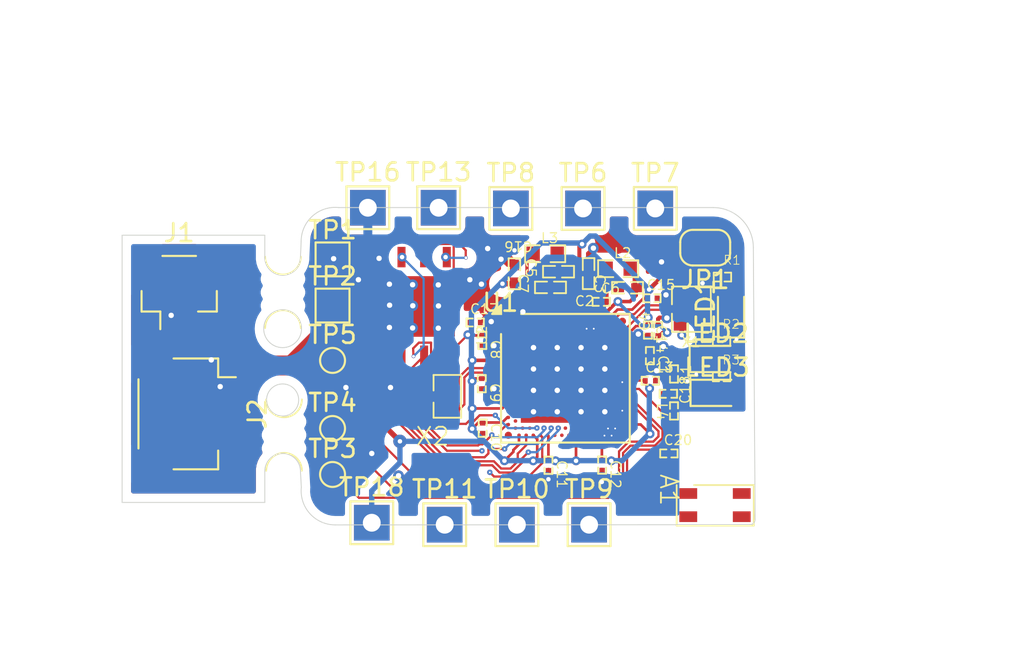
<source format=kicad_pcb>
(kicad_pcb (version 20240108) (generator "pcbnew") (generator_version "8.0")
  (layers (0 "F.Cu" signal) (1 "In1.Cu" signal) (2 "In2.Cu" signal) (31 "B.Cu" signal) (34 "B.Paste" user) (35 "F.Paste" user) (36 "B.SilkS" user "B.Silkscreen") (37 "F.SilkS" user "F.Silkscreen") (38 "B.Mask" user) (39 "F.Mask" user) (44 "Edge.Cuts" user))
  (property "ADDRESS1" "")
  (property "ADDRESS2" "")
  (property "ADDRESS3" "")
  (property "ADDRESS4" "")
  (property "APPLICATION_BUILDNUMBER" "")
  (property "APPROVEDBY" "")
  (property "AUTHOR" "=Designer")
  (property "CHECKEDBY" "")
  (property "CURRENTDATE" "")
  (property "CURRENTTIME" "")
  (property "DOCUMENTFULLPATHANDNAME" "")
  (property "DOCUMENTNAME" "")
  (property "DOCUMENTNUMBER" "")
  (property "DOCUMENTSIZE" "A4")
  (property "DRAWNBY" "=Designer")
  (property "ENGINEER" "")
  (property "IMAGEPATH" "")
  (property "MODIFIEDDATE" "")
  (property "ORGANIZATION" "Nordic Semiconductor")
  (property "PROJECTNAME" "=ProjectName")
  (property "SHEETTOTAL" "1")
  (property "TIME" "")
  (net 0 "")
  (net 12 "GND")
  (net 13 "Net-(U1-ANT)")
  (net 14 "unconnected-(U1-P1.04-PadAL19)")
  (net 16 "Net-(U1-P0.31)")
  (net 17 "Net-(U1-DECR)")
  (net 19 "unconnected-(U1-MOSI{slash}TRACEDATA2{slash}P0.09-PadAJ1)")
  (net 22 "Net-(U1-IO0{slash}P0.13)")
  (net 23 "Net-(U1-DECN)")
  (net 25 "unconnected-(U1-NFC1{slash}P0.02-PadW1)")
  (net 26 "Net-(U1-DCCD)")
  (net 28 "VDD_nRF")
  (net 30 "Net-(U1-DCC)")
  (net 35 "Net-(U1-IO1{slash}P0.14)")
  (net 40 "Net-(U1-AIN6{slash}P0.27)")
  (net 43 "Net-(U1-XL1{slash}P0.00)")
  (net 44 "Net-(U1-AIN5{slash}P0.26)")
  (net 49 "Net-(U1-AIN4{slash}P0.25)")
  (net 51 "unconnected-(U1-NFC2{slash}P0.03-PadAA1)")
  (net 54 "Net-(U1-DECD)")
  (net 56 "Net-(U1-CSN{slash}P0.18)")
  (net 57 "Net-(U1-IO3{slash}P0.16)")
  (net 58 "Net-(U1-DECA)")
  (net 61 "/SWDCLK")
  (net 62 "Net-(U1-SCK{slash}P0.17)")
  (net 63 "Net-(U1-P0.24)")
  (net 64 "Net-(U1-IO2{slash}P0.15)")
  (net 68 "/XC2")
  (net 69 "unconnected-(U1-TWI{slash}P1.02-PadAE1)")
  (net 71 "/~{RESET}")
  (net 72 "/XC1")
  (net 73 "/SWDIO")
  (net 74 "Net-(U1-XL2{slash}P0.01)")
  (net 76 "Net-(C18-Pad2)")
  (net 77 "Net-(A1-Pad1)")
  (net 78 "Net-(LED1-A)")
  (net 79 "Net-(JP1-A)")
  (net 80 "Net-(LED2-A)")
  (net 81 "Net-(LED3-A)")
  (net 82 "unconnected-(X1-GND-Pad2)")
  (net 83 "unconnected-(X1-GND-Pad4)")
  (net 84 "/P0.28{slash}AIN7")
  (net 85 "/P0.29")
  (net 86 "/P0.30")
  (footprint "Nordic_Semiconductor:CAPC0603X03L_C" (layer "F.Cu") (at 90.85 50.6 -90)
    (property "Reference" "C1")
    (property "Value" "0.7pF" (hide yes))
  )
  (footprint "TestPoint:TestPoint_THTPad_2.0x2.0mm_Drill1.0mm" (layer "F.Cu") (at 91.15 42.55)
    (property "Reference" "TP7")
    (property "Value" "TestPoint_Alt")
  )
  (footprint "Nordic_Semiconductor:INDC0603X03L_C" (layer "F.Cu") (at 93.375 51.8 90)
    (property "Reference" "L1")
    (property "Value" "2.2nH")
  )
  (footprint "TestPoint:TestPoint_Pad_1.5x1.5mm" (layer "F.Cu") (at 73.05 45.41)
    (property "Reference" "TP1")
    (property "Value" "TestPoint_Alt")
  )
  (footprint "Nordic_Semiconductor:CAPC0603X03L_C" (layer "F.Cu") (at 81.42 52.16999 -90)
    (property "Reference" "C9")
    (property "Value" "100nF" (hide yes))
  )
  (footprint "Connector_JST:JST_SH_SM04B-SRSS-TB_1x04-1MP_P1.00mm_Horizontal" (layer "F.Cu") (at 64.85 54.08 -90)
    (property "Reference" "J2")
    (property "Value" "Conn_01x04")
  )
  (footprint "Nordic_Semiconductor:INDC0603X03L_C" (layer "F.Cu") (at 91.025 53.95 -90)
    (property "Reference" "L4")
    (property "Value" "3.3nH")
  )
  (footprint "Nordic_Semiconductor:XTAL_2012" (layer "F.Cu") (at 78.665 55.845)
    (property "Reference" "X2")
    (property "Value" "32.768kHz")
  )
  (footprint "Nordic_Semiconductor:CAPC0603X03L_C" (layer "F.Cu") (at 80.8375 48.95)
    (property "Reference" "C17")
    (property "Value" "100nF" (hide yes))
  )
  (footprint "TestPoint:TestPoint_Pad_D1.0mm" (layer "F.Cu") (at 73.05 51.08)
    (property "Reference" "TP5")
    (property "Value" "TestPoint")
  )
  (footprint "TestPoint:TestPoint_THTPad_2.0x2.0mm_Drill1.0mm" (layer "F.Cu") (at 83.05 42.55)
    (property "Reference" "TP8")
    (property "Value" "TestPoint_Alt")
  )
  (footprint "Nordic_Semiconductor:RESC0603X03L_C" (layer "F.Cu") (at 94.80501 50.15)
    (property "Reference" "R2")
    (property "Value" "220R")
  )
  (footprint "Nordic_Semiconductor:CAPC0603X03L_C" (layer "F.Cu") (at 91.7 56.3)
    (property "Reference" "C20")
    (property "Value" "0.5pF" (hide yes))
  )
  (footprint "Nordic_Semiconductor:RESC0603X03L_C" (layer "F.Cu") (at 94.85501 46.55)
    (property "Reference" "R1")
    (property "Value" "220R")
  )
  (footprint "Nordic_Semiconductor:CAPC1005X04L" (layer "F.Cu") (at 87.185 48.25)
    (property "Reference" "C2")
    (property "Value" "1.0µF")
  )
  (footprint "LED_SMD:LED_0603_1608Metric" (layer "F.Cu") (at 95.4 48.3125 90)
    (property "Reference" "LED1")
    (property "Value" "L0603G")
  )
  (footprint "Nordic_Semiconductor:SON127P600X80_HS-9N" (layer "F.Cu") (at 81.9275 49.674995 90)
    (property "Reference" "U2")
    (property "Value" "MX25R6435F")
  )
  (footprint "TestPoint:TestPoint_Pad_D1.0mm" (layer "F.Cu") (at 73.05 57.48)
    (property "Reference" "TP3")
    (property "Value" "TestPoint")
  )
  (footprint "Connector_JST:JST_SH_BM02B-SRSS-TB_1x02-1MP_P1.00mm_Vertical" (layer "F.Cu") (at 64.45 47.225)
    (property "Reference" "J1")
    (property "Value" "Conn_01x02")
  )
  (footprint "LED_SMD:LED_0603_1608Metric" (layer "F.Cu") (at 94.5625 51)
    (property "Reference" "LED2")
    (property "Value" "L0603G")
  )
  (footprint "Nordic_Semiconductor:CAPC0603X03L_C" (layer "F.Cu") (at 90.66 52.22)
    (property "Reference" "C13")
    (property "Value" "100nF" (hide yes))
  )
  (footprint "Mouse_Bite:mouse-bite-2mm-slot" (layer "F.Cu") (at 70.33 55.27 90)
    (property "Reference" "mouse-bite-2mm-slot" (hide yes))
    (property "Value" "VAL**" (hide yes))
  )
  (footprint "Nordic_Semiconductor:CAPC0603X03L_C" (layer "F.Cu") (at 87.91 47.79)
    (property "Reference" "C6")
    (property "Value" "100nF" (hide yes))
  )
  (footprint "Nordic_Semiconductor:CAPC0603X03L_C" (layer "F.Cu") (at 88.17 56.74 -90)
    (property "Reference" "C12")
    (property "Value" "100nF" (hide yes))
  )
  (footprint "TestPoint:TestPoint_THTPad_2.0x2.0mm_Drill1.0mm" (layer "F.Cu") (at 75.03 42.51)
    (property "Reference" "TP16")
    (property "Value" "TestPoint_Alt")
  )
  (footprint "Nordic_Semiconductor:CAPC1005X04L" (layer "F.Cu") (at 83.475 44.17375 180)
    (property "Reference" "C16")
    (property "Value" "1.0µF")
  )
  (footprint "Nordic_Semiconductor:INDC1608X06L" (layer "F.Cu") (at 89.32 47.03)
    (property "Reference" "L2")
    (property "Value" "10µH")
  )
  (footprint "Nordic_Semiconductor:CAPC0603X03L_C" (layer "F.Cu") (at 91.31 49.61001 90)
    (property "Reference" "C4")
    (property "Value" "2.2nF" (hide yes))
  )
  (footprint "Jumper:SolderJumper-2_P1.3mm_Bridged_RoundedPad1.0x1.5mm_1" (layer "F.Cu") (at 93.95 44.75 180)
    (property "Reference" "JP1")
    (property "Value" "SolderJumper_2_Bridged")
  )
  (footprint "TestPoint:TestPoint_Pad_D1.0mm" (layer "F.Cu") (at 73.05 54.9)
    (property "Reference" "TP4")
    (property "Value" "TestPoint")
  )
  (footprint "Nordic_Semiconductor:INDC1608X06L" (layer "F.Cu") (at 85.225 46.19)
    (property "Reference" "L3")
    (property "Value" "10µH")
  )
  (footprint "Mouse_Bite:mouse-bite-2mm-slot" (layer "F.Cu") (at 70.27 47.26 90)
    (property "Reference" "mouse-bite-2mm-slot" (hide yes))
    (property "Value" "VAL**" (hide yes))
  )
  (footprint "TestPoint:TestPoint_Pad_1.5x1.5mm" (layer "F.Cu") (at 73.05 48)
    (property "Reference" "TP2")
    (property "Value" "TestPoint_Alt")
  )
  (footprint "Nordic_Semiconductor:RESC0603X03L_C" (layer "F.Cu") (at 94.80501 52.15)
    (property "Reference" "R3")
    (property "Value" "220R")
  )
  (footprint "Nordic_Semiconductor:CAPC0603X03L_C" (layer "F.Cu") (at 90.75 47.59)
    (property "Reference" "C15")
    (property "Value" "100nF" (hide yes))
  )
  (footprint "Nordic_Semiconductor:CAPC1005X04L" (layer "F.Cu") (at 87.55 46.775 -90)
    (property "Reference" "C3")
    (property "Value" "1.0µF")
  )
  (footprint "Nordic_Semiconductor:CAPC0603X03L_C_NC" (layer "F.Cu") (at 93.325 52.725 90)
    (property "Reference" "C18")
    (property "Value" "N.C.")
  )
  (footprint "TestPoint:TestPoint_THTPad_2.0x2.0mm_Drill1.0mm" (layer "F.Cu") (at 79.34 60.3)
    (property "Reference" "TP11")
    (property "Value" "TestPoint_Alt")
  )
  (footprint "TestPoint:TestPoint_THTPad_2.0x2.0mm_Drill1.0mm" (layer "F.Cu") (at 87.1 42.55)
    (property "Reference" "TP6")
    (property "Value" "TestPoint_Alt")
  )
  (footprint "LED_SMD:LED_0603_1608Metric" (layer "F.Cu") (at 94.6125 52.9)
    (property "Reference" "LED3")
    (property "Value" "L0603G")
  )
  (footprint "Nordic_Semiconductor:CAPC1005X04L" (layer "F.Cu") (at 83.23 46.755 -90)
    (property "Reference" "C7")
    (property "Value" "1.0µF")
  )
  (footprint "Nordic_Semiconductor:CAPC0603X03L_C" (layer "F.Cu") (at 81.45 49.74 -90)
    (property "Reference" "C8")
    (property "Value" "100nF" (hide yes))
  )
  (footprint "TestPoint:TestPoint_THTPad_2.0x2.0mm_Drill1.0mm" (layer "F.Cu") (at 75.25 60.19)
    (property "Reference" "TP18")
    (property "Value" "TestPoint_Alt")
  )
  (footprint "TestPoint:TestPoint_THTPad_2.0x2.0mm_Drill1.0mm" (layer "F.Cu") (at 83.39 60.3)
    (property "Reference" "TP10")
    (property "Value" "TestPoint_Alt")
  )
  (footprint "TestPoint:TestPoint_THTPad_2.0x2.0mm_Drill1.0mm" (layer "F.Cu") (at 87.44 60.3)
    (property "Reference" "TP9")
    (property "Value" "TestPoint_Alt")
  )
  (footprint "Nordic_Semiconductor:CAPC0603X03L_C" (layer "F.Cu") (at 81.47 54.67 -90)
    (property "Reference" "C10")
    (property "Value" "100nF" (hide yes))
  )
  (footprint "Nordic_Semiconductor:CAPC1005X04L" (layer "F.Cu") (at 83.68 45.875 -90)
    (property "Reference" "C5")
    (property "Value" "1.0µF")
  )
  (footprint "Package_DFN_QFN:Nordic_AQFN-94-1EP_7x7mm_P0.4mm" (layer "F.Cu") (at 86.11 52.08)
    (property "Reference" "U1")
    (property "Value" "nRF5340-QKxx")
  )
  (footprint "Nordic_Semiconductor:CAPC0603X03L_C" (layer "F.Cu") (at 85.16 56.74999 -90)
    (property "Reference" "C11")
    (property "Value" "100nF" (hide yes))
  )
  (footprint "Nordic_Semiconductor:2450AT18D0100_STD-R" (layer "F.Cu") (at 91.42492 58.34992 -90)
    (property "Reference" "A1")
    (property "Value" "2450AT18D0100")
  )
  (footprint "Nordic_Semiconductor:CAPC0603X03L_C" (layer "F.Cu") (at 90.74 49.16 -90)
    (property "Reference" "C14")
    (property "Value" "100nF" (hide yes))
  )
  (footprint "Nordic_Semiconductor:BT-XTAL_2016" (layer "F.Cu") (at 93.16 50.555)
    (property "Reference" "X1")
    (property "Value" "32MHz")
  )
  (footprint "TestPoint:TestPoint_THTPad_2.0x2.0mm_Drill1.0mm" (layer "F.Cu") (at 79 42.51)
    (property "Reference" "TP13")
    (property "Value" "TestPoint_Alt")
  )
  (gr_arc (start 69.25 57.3) (mid 70.25 56.3) (end 71.25 57.3) (stroke (width 0.05)) (layer "Edge.Cuts"))
  (gr_arc (start 73.2 60.310497) (mid 71.780124 59.67826) (end 71.3 58.2) (stroke (width 0.05)) (layer "Edge.Cuts"))
  (gr_arc (start 71.25 45.3) (mid 70.25 46.3) (end 69.25 45.3) (stroke (width 0.05)) (layer "Edge.Cuts"))
  (gr_line (start 96.75 60) (end 96.65 44.75) (stroke (width 0.05)) (layer "Edge.Cuts"))
  (gr_line (start 69.25 59.05) (end 69.25 57.3) (stroke (width 0.05)) (layer "Edge.Cuts"))
  (gr_line (start 71.25 45.3) (end 71.289503 44.4) (stroke (width 0.05)) (layer "Edge.Cuts"))
  (gr_line (start 73.2 60.310497) (end 96.45 60.3) (stroke (width 0.05)) (layer "Edge.Cuts"))
  (gr_line (start 61.25 59.05) (end 69.25 59.05) (stroke (width 0.05)) (layer "Edge.Cuts"))
  (gr_arc (start 71.289503 44.4) (mid 71.92174 42.980124) (end 73.4 42.5) (stroke (width 0.05)) (layer "Edge.Cuts"))
  (gr_line (start 69.25 45.3) (end 69.25 44.05) (stroke (width 0.05)) (layer "Edge.Cuts"))
  (gr_line (start 69.25 44.05) (end 61.25 44.05) (stroke (width 0.05)) (layer "Edge.Cuts"))
  (gr_arc (start 94.4 42.5) (mid 95.990987 43.159013) (end 96.65 44.75) (stroke (width 0.05)) (layer "Edge.Cuts"))
  (gr_line (start 94.4 42.5) (end 73.4 42.5) (stroke (width 0.05)) (layer "Edge.Cuts"))
  (gr_circle (center 70.25 49.3) (end 71 48.55) (stroke (width 0.05)) (fill none) (layer "Edge.Cuts"))
  (gr_line (start 61.25 44.05) (end 61.25 59.05) (stroke (width 0.05)) (layer "Edge.Cuts"))
  (gr_arc (start 96.75 60) (mid 96.662132 60.212132) (end 96.45 60.3) (stroke (width 0.05)) (layer "Edge.Cuts"))
  (gr_line (start 71.3 58.2) (end 71.25 57.3) (stroke (width 0.05)) (layer "Edge.Cuts"))
  (gr_circle (center 70.25 53.3) (end 71 52.8) (stroke (width 0.05)) (fill none) (layer "Edge.Cuts"))
  (segment (start 88.45573 47) (end 88.430747 47.024983) (width 0.2) (layer "F.Cu") (net 12))
  (segment (start 84.60572 46.1) (end 84.580737 46.124983) (width 0.2) (layer "F.Cu") (net 12))
  (segment (start 82.09499 52.659963) (end 81.405747 52.659963) (width 0.254) (layer "F.Cu") (net 12))
  (segment (start 82.1 52.664973) (end 82.09499 52.659963) (width 0.254) (layer "F.Cu") (net 12))
  (segment (start 83.305747 50.474983) (end 84.005747 50.474983) (width 0.187) (layer "F.Cu") (net 12))
  (segment (start 84.580737 46.744973) (end 84.805747 46.969973) (width 0.254) (layer "F.Cu") (net 12))
  (segment (start 91.769947 47.585783) (end 91.769947 47.502983) (width 0.225) (layer "F.Cu") (net 12))
  (segment (start 87.380747 45.724983) (end 87.380747 45.07599) (width 0.225) (layer "F.Cu") (net 12))
  (segment (start 89.920747 50.674983) (end 90.105747 50.489993) (width 0.225) (layer "F.Cu") (net 12))
  (segment (start 87.705747 50.674983) (end 89.920747 50.674983) (width 0.225) (layer "F.Cu") (net 12))
  (segment (start 91.755737 47.599983) (end 91.769947 47.585783) (width 0.225) (layer "F.Cu") (net 12))
  (segment (start 88.105737 50.674983) (end 88.105737 49.274983) (width 0.225) (layer "F.Cu") (net 12))
  (segment (start 82.1 52.644236) (end 82.005747 52.549983) (width 0.254) (layer "F.Cu") (net 12))
  (segment (start 89.1 47) (end 88.45573 47) (width 0.2) (layer "F.Cu") (net 12))
  (segment (start 85.174737 49.000993) (end 85.174737 47.674983) (width 0.187) (layer "F.Cu") (net 12))
  (segment (start 91.380747 48.674983) (end 91.775 48.674983) (width 0.225) (layer "F.Cu") (net 12))
  (segment (start 91.775 48.674983) (end 91.8 48.699983) (width 0.125) (layer "F.Cu") (net 12))
  (segment (start 85.174747 49.004983) (end 85.305737 49.274983) (width 0.187) (layer "F.Cu") (net 12))
  (segment (start 91.240737 47.599983) (end 91.755737 47.599983) (width 0.25) (layer "F.Cu") (net 12))
  (segment (start 85.305737 50.674983) (end 85.305737 49.274983) (width 0.225) (layer "F.Cu") (net 12))
  (segment (start 82.905737 50.274983) (end 83.305747 50.474983) (width 0.187) (layer "F.Cu") (net 12))
  (segment (start 91.16 52.22) (end 91.16 51.71749) (width 0.125) (layer "F.Cu") (net 12))
  (segment (start 84.905747 50.674983) (end 86.305747 52.074983) (width 0.225) (layer "F.Cu") (net 12))
  (segment (start 82.5 45.4) (end 82.625 45.475) (width 0.2) (layer "F.Cu") (net 12))
  (segment (start 88.155697 57.749963) (end 88.155697 57.234983) (width 0.254) (layer "F.Cu") (net 12))
  (segment (start 87.980737 48.349983) (end 87.980737 48.347573) (width 0.2) (layer "F.Cu") (net 12))
  (segment (start 81.95 48.9) (end 81.3875 48.9) (width 0.125) (layer "F.Cu") (net 12))
  (segment (start 83.25 45.72375) (end 82.87375 45.72375) (width 0.2) (layer "F.Cu") (net 12))
  (segment (start 91.592147 50.296983) (end 91.566747 50.271583) (width 0.2) (layer "F.Cu") (net 12))
  (segment (start 82.87375 45.72375) (end 82.5 45.4) (width 0.2) (layer "F.Cu") (net 12))
  (segment (start 84.805747 47.049983) (end 85.230747 47.474983) (width 0.25) (layer "F.Cu") (net 12))
  (segment (start 81.4 46.8) (end 81.4 48.35) (width 0.2) (layer "F.Cu") (net 12))
  (segment (start 91.305757 48.749983) (end 91.380747 48.674983) (width 0.225) (layer "F.Cu") (net 12))
  (segment (start 84.580737 46.744973) (end 84.580737 46.124983) (width 0.254) (layer "F.Cu") (net 12))
  (segment (start 87.905747 48.874983) (end 88.105747 49.274983) (width 0.165) (layer "F.Cu") (net 12))
  (segment (start 88.405747 47.774983) (end 88.405747 47.024983) (width 0.25) (layer "F.Cu") (net 12))
  (segment (start 88.155697 57.749963) (end 88.155717 57.749983) (width 0.254) (layer "F.Cu") (net 12))
  (segment (start 85.23 46.1) (end 84.60572 46.1) (width 0.2) (layer "F.Cu") (net 12))
  (segment (start 87.980737 48.347573) (end 88.409747 47.918563) (width 0.2) (layer "F.Cu") (net 12))
  (segment (start 91.6 50.3) (end 91.38999 50.51001) (width 0.2) (layer "F.Cu") (net 12))
  (segment (start 87.905737 48.874983) (end 87.905737 48.424983) (width 0.2) (layer "F.Cu") (net 12))
  (segment (start 81.4 48.35) (end 81.95 48.9) (width 0.2) (layer "F.Cu") (net 12))
  (segment (start 91.38999 50.51001) (end 90.41 50.51001) (width 0.2) (layer "F.Cu") (net 12))
  (segment (start 83.91 48.61) (end 83.65 48.35) (width 0.2) (layer "F.Cu") (net 12))
  (segment (start 87.380747 45.07599) (end 87.678525 44.778212) (width 0.225) (layer "F.Cu") (net 12))
  (segment (start 87.678525 44.852205) (end 87.455747 45.074983) (width 0.225) (layer "F.Cu") (net 12))
  (segment (start 91.305757 49.139993) (end 91.305757 48.749983) (width 0.225) (layer "F.Cu") (net 12))
  (segment (start 85.157327 57.749983) (end 85.157327 57.234983) (width 0.254) (layer "F.Cu") (net 12))
  (segment (start 90.105747 50.489993) (end 90.405737 50.489993) (width 0.225) (layer "F.Cu") (net 12))
  (segment (start 87.905737 48.424983) (end 87.980737 48.349983) (width 0.2) (layer "F.Cu") (net 12))
  (segment (start 81.3875 48.9) (end 81.3375 48.95) (width 0.125) (layer "F.Cu") (net 12))
  (segment (start 87.678525 44.778212) (end 87.678525 44.852205) (width 0.225) (layer "F.Cu") (net 12))
  (segment (start 85.230747 47.624983) (end 85.230747 47.474983) (width 0.25) (layer "F.Cu") (net 12))
  (segment (start 82.164747 50.274983) (end 82.905737 50.274983) (width 0.187) (layer "F.Cu") (net 12))
  (segment (start 82.1 52.664973) (end 82.1 52.644236) (width 0.254) (layer "F.Cu") (net 12))
  (segment (start 88.409747 47.918563) (end 88.409747 47.774983) (width 0.2) (layer "F.Cu") (net 12))
  (segment (start 90.280757 49.599983) (end 90.390757 49.709983) (width 0.225) (layer "F.Cu") (net 12))
  (segment (start 86.305747 52.074983) (end 86.600727 52.074983) (width 0.225) (layer "F.Cu") (net 12))
  (segment (start 90.390757 49.709983) (end 90.755757 49.709983) (width 0.25) (layer "F.Cu") (net 12))
  (segment (start 83.91 48.88) (end 83.91 48.61) (width 0.2) (layer "F.Cu") (net 12))
  (segment (start 91.16 51.71749) (end 91.22249 51.655) (width 0.125) (layer "F.Cu") (net 12))
  (via (at 77.55 48.01) (size 0.6) (drill 0.3) (layers "F.Cu" "B.Cu") (net 12))
  (via (at 85.65333 53.96001) (size 0.6096) (drill 0.3048) (layers "F.Cu" "B.Cu") (net 12))
  (via (at 88.32 52.76) (size 0.6096) (drill 0.3048) (layers "F.Cu" "B.Cu") (net 12))
  (via (at 87.678525 44.778212) (size 0.6) (drill 0.3) (layers "F.Cu" "B.Cu") (net 12))
  (via (at 73.8 52.6) (size 0.6) (drill 0.3) (layers "F.Cu" "B.Cu") (net 12))
  (via (at 77.54 46.83) (size 0.6) (drill 0.3) (layers "F.Cu" "B.Cu") (net 12))
  (via micro (at 73.11 45.37) (size 0.6) (drill 0.3) (layers "F.Cu" "B.Cu") (net 12))
  (via (at 91.22249 51.655) (size 0.6) (drill 0.3) (layers "F.Cu" "B.Cu") (net 12))
  (via (at 88.32 53.96001) (size 0.6096) (drill 0.3048) (layers "F.Cu" "B.Cu") (net 12))
  (via (at 88.15 57.9) (size 0.5) (drill 0.25) (layers "F.Cu" "B.Cu") (net 12))
  (via (at 80.75 46.55) (size 0.6) (drill 0.3) (layers "F.Cu" "B.Cu") (net 12))
  (via (at 91.5 45.55) (size 0.6) (drill 0.3) (layers "F.Cu" "B.Cu") (net 12))
  (via (at 83.725 48.35) (size 0.6) (drill 0.3) (layers "F.Cu" "B.Cu") (net 12))
  (via (at 78.98 46.84) (size 0.6) (drill 0.3) (layers "F.Cu" "B.Cu") (net 12))
  (via (at 91.8 48.699983) (size 0.6) (drill 0.3) (layers "F.Cu" "B.Cu") (net 12))
  (via (at 90.2 49.6) (size 0.6) (drill 0.3) (layers "F.Cu" "B.Cu") (net 12))
  (via (at 86.98666 53.96001) (size 0.6096) (drill 0.3048) (layers "F.Cu" "B.Cu") (net 12))
  (via (at 76.3 52.6) (size 0.6) (drill 0.3) (layers "F.Cu" "B.Cu") (net 12))
  (via (at 81.75 44.8) (size 0.6) (drill 0.3) (layers "F.Cu" "B.Cu") (net 12))
  (via (at 93.801947 46.740983) (size 0.5) (drill 0.25) (layers "F.Cu" "B.Cu") (net 12))
  (via (at 74.5 46.55) (size 0.6) (drill 0.3) (layers "F.Cu" "B.Cu") (net 12))
  (via (at 66.75 52.55) (size 0.6) (drill 0.3) (layers "F.Cu" "B.Cu") (net 12))
  (via (at 81.4 46.8) (size 0.6) (drill 0.3) (layers "F.Cu" "B.Cu") (net 12))
  (via (at 75.25 56.3) (size 0.6) (drill 0.3) (layers "F.Cu" "B.Cu") (net 12))
  (via (at 85.65333 51.56) (size 0.6096) (drill 0.3048) (layers "F.Cu" "B.Cu") (net 12))
  (via (at 84.31999 50.35999) (size 0.6096) (drill 0.3048) (layers "F.Cu" "B.Cu") (net 12))
  (via (at 78.99 48.02) (size 0.6) (drill 0.3) (layers "F.Cu" "B.Cu") (net 12))
  (via (at 85.65333 52.76) (size 0.6096) (drill 0.3048) (layers "F.Cu" "B.Cu") (net 12))
  (via (at 88.32 51.56) (size 0.6096) (drill 0.3048) (layers "F.Cu" "B.Cu") (net 12))
  (via (at 77.54 49.26) (size 0.6) (drill 0.3) (layers "F.Cu" "B.Cu") (net 12))
  (via (at 85.157327 57.749983) (size 0.5) (drill 0.25) (layers "F.Cu" "B.Cu") (net 12))
  (via (at 84.31999 52.76) (size 0.6096) (drill 0.3048) (layers "F.Cu" "B.Cu") (net 12))
  (via (at 76.25 47.98) (size 0.6) (drill 0.3) (layers "F.Cu" "B.Cu") (net 12))
  (via (at 85.65333 50.35999) (size 0.6096) (drill 0.3048) (layers "F.Cu" "B.Cu") (net 12))
  (via (at 82.5 45.4) (size 0.6) (drill 0.3) (layers "F.Cu" "B.Cu") (net 12))
  (via (at 84.31999 53.96001) (size 0.6096) (drill 0.3048) (layers "F.Cu" "B.Cu") (net 12))
  (via (at 76.24 49.23) (size 0.6) (drill 0.3) (layers "F.Cu" "B.Cu") (net 12))
  (via (at 81.95 48.9) (size 0.6) (drill 0.3) (layers "F.Cu" "B.Cu") (net 12))
  (via micro (at 75.66 45.35) (size 0.6) (drill 0.3) (layers "F.Cu" "B.Cu") (net 12))
  (via (at 76.24 46.8) (size 0.6) (drill 0.3) (layers "F.Cu" "B.Cu") (net 12))
  (via (at 91.75 47.4) (size 0.6) (drill 0.3) (layers "F.Cu" "B.Cu") (net 12))
  (via (at 86.98666 52.76) (size 0.6096) (drill 0.3048) (layers "F.Cu" "B.Cu") (net 12))
  (via (at 82.1 52.664973) (size 0.6) (drill 0.3) (layers "F.Cu" "B.Cu") (net 12))
  (via (at 64 48.55) (size 0.6) (drill 0.3) (layers "F.Cu" "B.Cu") (net 12))
  (via (at 84.31999 51.56) (size 0.6096) (drill 0.3048) (layers "F.Cu" "B.Cu") (net 12))
  (via (at 78.98 49.27) (size 0.6) (drill 0.3) (layers "F.Cu" "B.Cu") (net 12))
  (via (at 86.98666 50.35999) (size 0.6096) (drill 0.3048) (layers "F.Cu" "B.Cu") (net 12))
  (via (at 86.98666 51.56) (size 0.6096) (drill 0.3048) (layers "F.Cu" "B.Cu") (net 12))
  (via (at 83.255747 44.899983) (size 0.5) (drill 0.25) (layers "F.Cu" "B.Cu") (net 12))
  (via (at 91.6 50.3) (size 0.6) (drill 0.3) (layers "F.Cu" "B.Cu") (net 12))
  (via (at 88.32 50.35999) (size 0.6096) (drill 0.3048) (layers "F.Cu" "B.Cu") (net 12))
  (via (at 82.1 50.25) (size 0.6) (drill 0.3) (layers "F.Cu" "B.Cu") (net 12))
  (via (at 66.25 51.05) (size 0.6) (drill 0.3) (layers "F.Cu" "B.Cu") (net 12))
  (via (at 76.75 57.55) (size 0.6) (drill 0.3) (layers "F.Cu" "B.Cu") (net 12))
  (segment (start 91.8 48.699983) (end 91.8 48.3) (width 0.125) (layer "B.Cu") (net 12))
  (segment (start 90.85 51.1) (end 91.85 51.1) (width 0.3) (layer "F.Cu") (net 13))
  (segment (start 91.85 51.1) (end 92.25 51.5) (width 0.3) (layer "F.Cu") (net 13))
  (segment (start 89.305747 51.074993) (end 90.945667 51.074993) (width 0.225) (layer "F.Cu") (net 13))
  (segment (start 86.722677 55.316933) (end 86.906477 55.500723) (width 0.125) (layer "F.Cu") (net 14))
  (segment (start 86.906477 55.500723) (end 86.906477 55.499983) (width 0.125) (layer "F.Cu") (net 14))
  (segment (start 86.705737 55.316933) (end 86.722677 55.316933) (width 0.125) (layer "F.Cu") (net 14))
  (segment (start 86.705737 55.316933) (end 86.705737 55.274983) (width 0.15) (layer "F.Cu") (net 14))
  (segment (start 86.705747 55.299253) (end 86.906477 55.499983) (width 0.125) (layer "F.Cu") (net 14))
  (via micro (at 87.3 49.3) (size 0.3) (drill 0.1) (layers "F.Cu" "In1.Cu") (net 16))
  (segment (start 90.080747 47.424983) (end 90.080747 47.024983) (width 0.2) (layer "F.Cu") (net 17))
  (segment (start 90.118257 47.012483) (end 90.130757 47.024983) (width 0.25) (layer "F.Cu") (net 17))
  (segment (start 91.005757 50.074983) (end 91.56574 49.515) (width 0.2) (layer "F.Cu") (net 17))
  (segment (start 89.755757 46.024963) (end 89.755757 45.999963) (width 0.25) (layer "F.Cu") (net 17))
  (segment (start 89.012947 47.774983) (end 89.730747 47.774983) (width 0.2) (layer "F.Cu") (net 17))
  (segment (start 89.755757 46.024963) (end 90.005757 46.274963) (width 0.25) (layer "F.Cu") (net 17))
  (segment (start 89.805747 50.074983) (end 90.980757 50.074983) (width 0.2) (layer "F.Cu") (net 17))
  (segment (start 89.305747 50.274983) (end 89.605747 50.274983) (width 0.2) (layer "F.Cu") (net 17))
  (segment (start 90.005757 46.899983) (end 90.005757 46.274963) (width 0.25) (layer "F.Cu") (net 17))
  (segment (start 91.56574 49.515) (end 91.81502 49.515) (width 0.2) (layer "F.Cu") (net 17))
  (segment (start 90.005757 46.899983) (end 90.118257 47.012483) (width 0.25) (layer "F.Cu") (net 17))
  (segment (start 89.730747 47.774983) (end 90.080747 47.424983) (width 0.2) (layer "F.Cu") (net 17))
  (segment (start 89.605747 50.274983) (end 89.805747 50.074983) (width 0.2) (layer "F.Cu") (net 17))
  (segment (start 88.305737 48.482193) (end 89.012947 47.774983) (width 0.2) (layer "F.Cu") (net 17))
  (segment (start 90.105757 47.024983) (end 90.118257 47.012483) (width 0.2) (layer "F.Cu") (net 17))
  (segment (start 88.305737 48.874983) (end 88.305737 48.482193) (width 0.2) (layer "F.Cu") (net 17))
  (via (at 91.81502 49.515) (size 0.5) (drill 0.25) (layers "F.Cu" "B.Cu") (net 17))
  (via (at 89.055747 47.774983) (size 0.5) (drill 0.25) (layers "F.Cu" "B.Cu") (net 17))
  (segment (start 90.35088 49.10088) (end 90.47913 49.10088) (width 0.2) (layer "B.Cu") (net 17))
  (segment (start 91.44002 49.14) (end 91.81502 49.515) (width 0.2) (layer "B.Cu") (net 17))
  (segment (start 89.01501 47.765) (end 90.35088 49.10088) (width 0.2) (layer "B.Cu") (net 17))
  (segment (start 90.47913 49.10088) (end 90.51826 49.14) (width 0.2) (layer "B.Cu") (net 17))
  (segment (start 90.51826 49.14) (end 91.44002 49.14) (width 0.2) (layer "B.Cu") (net 17))
  (segment (start 82.823937 54.674983) (end 82.905737 54.674983) (width 0.125) (layer "F.Cu") (net 19))
  (segment (start 82.505737 54.993183) (end 82.823937 54.674983) (width 0.125) (layer "F.Cu") (net 19))
  (segment (start 83.029302 57.1475) (end 82.508781 57.1475) (width 0.125) (layer "F.Cu") (net 22))
  (segment (start 83.436802 56.74) (end 83.029302 57.1475) (width 0.125) (layer "F.Cu") (net 22))
  (segment (start 75.6475 53.149302) (end 75.6475 50.819995) (width 0.125) (layer "F.Cu") (net 22))
  (segment (start 83.91 55.28) (end 83.91 55.837347) (width 0.125) (layer "F.Cu") (net 22))
  (segment (start 82.101281 56.74) (end 79.238198 56.74) (width 0.125) (layer "F.Cu") (net 22))
  (segment (start 83.91 55.837347) (end 83.436802 56.310545) (width 0.125) (layer "F.Cu") (net 22))
  (segment (start 79.238198 56.74) (end 75.6475 53.149302) (width 0.125) (layer "F.Cu") (net 22))
  (segment (start 82.508781 57.1475) (end 82.101281 56.74) (width 0.125) (layer "F.Cu") (net 22))
  (segment (start 83.436802 56.310545) (end 83.436802 56.74) (width 0.125) (layer "F.Cu") (net 22))
  (segment (start 87.505747 48.874983) (end 87.505747 48.362953) (width 0.2) (layer "F.Cu") (net 23))
  (segment (start 87.839757 48.028943) (end 87.839757 47.774983) (width 0.2) (layer "F.Cu") (net 23))
  (segment (start 87.505747 48.362953) (end 87.839757 48.028943) (width 0.2) (layer "F.Cu") (net 23))
  (segment (start 82.843067 52.674983) (end 82.905737 52.674983) (width 0.165) (layer "F.Cu") (net 25))
  (segment (start 83.955747 45.499983) (end 84.405747 45.049983) (width 0.187) (layer "F.Cu") (net 26))
  (segment (start 83.955747 47.025933) (end 83.955747 45.499983) (width 0.187) (layer "F.Cu") (net 26))
  (segment (start 84.862737 49.231983) (end 84.862737 47.932933) (width 0.187) (layer "F.Cu") (net 26))
  (segment (start 83.955747 47.025933) (end 84.862737 47.932933) (width 0.187) (layer "F.Cu") (net 26))
  (segment (start 84.862737 49.231983) (end 84.905737 49.274983) (width 0.187) (layer "F.Cu") (net 26))
  (segment (start 86.893237 46.237483) (end 87.380747 46.724983) (width 0.225) (layer "F.Cu") (net 28))
  (segment (start 89.383047 51.474983) (end 90.108027 52.199973) (width 0.15) (layer "F.Cu") (net 28))
  (segment (start 80.674983 49.674983) (end 82.055737 49.674983) (width 0.15) (layer "F.Cu") (net 28))
  (segment (start 82.562707 54.564983) (end 82.852707 54.274983) (width 0.15) (layer "F.Cu") (net 28))
  (segment (start 84.53 56.4907) (end 84.53 55.499236) (width 0.15) (layer "F.Cu") (net 28))
  (segment (start 90.072687 49.149983) (end 90.745767 49.149983) (width 0.15) (layer "F.Cu") (net 28))
  (segment (start 80.880737 49.724983) (end 80.794501 49.638747) (width 0.15) (layer "F.Cu") (net 28))
  (segment (start 84.305747 56.714953) (end 84.53 56.4907) (width 0.15) (layer "F.Cu") (net 28))
  (segment (start 89.855237 48.224983) (end 90.480227 47.599983) (width 0.15) (layer "F.Cu") (net 28))
  (segment (start 80.76751 49.509985) (end 79.4575 50.819995) (width 0.125) (layer "F.Cu") (net 28))
  (segment (start 84.505737 49.274983) (end 84.548747 49.231983) (width 0.187) (layer "F.Cu") (net 28))
  (segment (start 82.863797 52.274983) (end 82.905737 52.274983) (width 0.15) (layer "F.Cu") (net 28))
  (segment (start 89.347687 49.874983) (end 90.072687 49.149983) (width 0.15) (layer "F.Cu") (net 28))
  (segment (start 88.505747 49.274983) (end 88.505747 49.199983) (width 0.15) (layer "F.Cu") (net 28))
  (segment (start 81.230747 54.564993) (end 81.405747 54.564993) (width 0.15) (layer "F.Cu") (net 28))
  (segment (start 90.620757 52.439993) (end 90.830747 52.649983) (width 0.15) (layer "F.Cu") (net 28))
  (segment (start 82.563807 53.774973) (end 82.863797 53.474983) (width 0.15) (layer "F.Cu") (net 28))
  (segment (start 82.055737 49.674983) (end 82.255737 49.874983) (width 0.15) (layer "F.Cu") (net 28))
  (segment (start 86.305747 55.316933) (end 86.705717 55.716903) (width 0.15) (layer "F.Cu") (net 28))
  (segment (start 87.905737 55.421223) (end 87.905737 55.274993) (width 0.15) (layer "F.Cu") (net 28))
  (segment (start 80.880737 51.074983) (end 80.880747 51.074983) (width 0.2) (layer "F.Cu") (net 28))
  (segment (start 88.505747 49.199983) (end 88.643237 49.062483) (width 0.15) (layer "F.Cu") (net 28))
  (segment (start 81.405747 52.089973) (end 82.678797 52.089973) (width 0.15) (layer "F.Cu") (net 28))
  (segment (start 81.030757 52.089973) (end 81.405747 52.089973) (width 0.15) (layer "F.Cu") (net 28))
  (segment (start 86.705737 48.874983) (end 86.705737 47.780013) (width 0.225) (layer "F.Cu") (net 28))
  (segment (start 80.794501 49.638747) (end 80.638747 49.638747) (width 0.15) (layer "F.Cu") (net 28))
  (segment (start 80.880747 51.074983) (end 82.905737 51.074983) (width 0.2) (layer "F.Cu") (net 28))
  (segment (start 86.705737 47.780013) (end 87.305737 47.180013) (width 0.225) (layer "F.Cu") (net 28))
  (segment (start 90.780747 47.489993) (end 90.780747 47.099983) (width 0.15) (layer "F.Cu") (net 28))
  (segment (start 87.305737 47.180013) (end 87.305737 46.724983) (width 0.225) (layer "F.Cu") (net 28))
  (segment (start 88.155697 56.664993) (end 88.155697 55.671173) (width 0.15) (layer "F.Cu") (net 28))
  (segment (start 85.157327 56.664993) (end 85.157327 55.588773) (width 0.15) (layer "F.Cu") (net 28))
  (segment (start 68.49 50.98) (end 66.06 48.55) (width 0.35) (layer "F.Cu") (net 28))
  (segment (start 76.83 55.62) (end 74.54 53.33) (width 0.3) (layer "F.Cu") (net 28))
  (segment (start 66.06 48.55) (end 64.95 48.55) (width 0.35) (layer "F.Cu") (net 28))
  (segment (start 82.055737 49.674983) (end 82.255737 49.474983) (width 0.15) (layer "F.Cu") (net 28))
  (segment (start 93.15573 44.75) (end 93.75 44.75) (width 0.25) (layer "F.Cu") (net 28))
  (segment (start 83.19 56.21) (end 83.19 56.11) (width 0.15) (layer "F.Cu") (net 28))
  (segment (start 90.745767 49.149983) (end 90.755757 49.139993) (width 0.15) (layer "F.Cu") (net 28))
  (segment (start 82.678797 52.089973) (end 82.863797 52.274983) (width 0.15) (layer "F.Cu") (net 28))
  (segment (start 86.893237 44.700013) (end 87.043277 44.549983) (width 0.225) (layer "F.Cu") (net 28))
  (segment (start 83.355737 46.867163) (end 83.355737 46.694963) (width 0.187) (layer "F.Cu") (net 28))
  (segment (start 90.620757 52.439993) (end 90.620757 52.199973) (width 0.15) (layer "F.Cu") (net 28))
  (segment (start 88.643237 49.062483) (end 88.643237 48.618243) (width 0.15) (layer "F.Cu") (net 28))
  (segment (start 73.105 47.035) (end 73.105 48.425) (width 0.3) (layer "F.Cu") (net 28))
  (segment (start 83.19 56.11) (end 83.505747 55.794253) (width 0.15) (layer "F.Cu") (net 28))
  (segment (start 73.13 48.45) (end 70.6 50.98) (width 0.35) (layer "F.Cu") (net 28))
  (segment (start 83.355737 46.867163) (end 84.548747 48.060163) (width 0.187) (layer "F.Cu") (net 28))
  (segment (start 90.480227 47.599983) (end 90.670747 47.599983) (width 0.15) (layer "F.Cu") (net 28))
  (segment (start 82.255737 49.474983) (end 82.905737 49.474983) (width 0.15) (layer "F.Cu") (net 28))
  (segment (start 74.54 53.33) (end 74.54 48.45) (width 0.35) (layer "F.Cu") (net 28))
  (segment (start 85.157327 56.714953) (end 85.505727 56.714953) (width 0.15) (layer "F.Cu") (net 28))
  (segment (start 82.863797 53.474983) (end 82.905737 53.474983) (width 0.15) (layer "F.Cu") (net 28))
  (segment (start 74.54 48.45) (end 73.13 48.45) (width 0.35) (layer "F.Cu") (net 28))
  (segment (start 80.76751 48.95) (end 80.76751 49.509985) (width 0.125) (layer "F.Cu") (net 28))
  (segment (start 90.755757 49.139993) (end 90.755757 48.674993) (width 0.2032) (layer "F.Cu") (net 28))
  (segment (start 82.580727 46.774983) (end 83.205727 46.774983) (width 0.3) (layer "F.Cu") (net 28))
  (segment (start 85.105747 55.274983) (end 85.155747 55.324983) (width 0.15) (layer "F.Cu") (net 28))
  (segment (start 80.880737 54.915003) (end 81.230747 54.564993) (width 0.15) (layer "F.Cu") (net 28))
  (segment (start 84.53 55.499236) (end 84.305747 55.274983) (width 0.15) (layer "F.Cu") (net 28))
  (segment (start 90.108027 52.199973) (end 90.620757 52.199973) (width 0.15) (layer "F.Cu") (net 28))
  (segment (start 86.893237 46.237483) (end 86.893237 44.700013) (width 0.225) (layer "F.Cu") (net 28))
  (segment (start 83.505747 55.794253) (end 83.505747 55.274983) (width 0.15) (layer "F.Cu") (net 28))
  (segment (start 82.255737 49.874983) (end 82.905737 49.874983) (width 0.15) (layer "F.Cu") (net 28))
  (segment (start 88.643237 48.618243) (end 89.036507 48.224983) (width 0.15) (layer "F.Cu") (net 28))
  (segment (start 87.905737 55.421223) (end 88.155697 55.671173) (width 0.15) (layer "F.Cu") (net 28))
  (segment (start 80.880737 53.774973) (end 82.563807 53.774973) (width 0.15) (layer "F.Cu") (net 28))
  (segment (start 80.638747 49.638747) (end 80.674983 49.674983) (width 0.15) (layer "F.Cu") (net 28))
  (segment (start 86.705717 56.714953) (end 86.705717 55.716903) (width 0.15) (layer "F.Cu") (net 28))
  (segment (start 82.852707 54.274983) (end 82.905737 54.274983) (width 0.15) (layer "F.Cu") (net 28))
  (segment (start 82.69 56.71) (end 83.19 56.21) (width 0.15) (layer "F.Cu") (net 28))
  (segment (start 90.670747 47.599983) (end 90.780747 47.489993) (width 0.15) (layer "F.Cu") (net 28))
  (segment (start 89.305747 49.874983) (end 89.347687 49.874983) (width 0.15) (layer "F.Cu") (net 28))
  (segment (start 90.330747 54.674983) (end 90.855757 55.200003) (width 0.15) (layer "F.Cu") (net 28))
  (segment (start 90.805747 47.099983) (end 93.15573 44.75) (width 0.25) (layer "F.Cu") (net 28))
  (segment (start 84.548747 49.231983) (end 84.548747 48.060163) (width 0.187) (layer "F.Cu") (net 28))
  (segment (start 89.305747 51.474983) (end 89.383047 51.474983) (width 0.15) (layer "F.Cu") (net 28))
  (segment (start 88.205647 56.714953) (end 88.680727 56.714953) (width 0.15) (layer "F.Cu") (net 28))
  (segment (start 85.155747 55.588773) (end 85.155747 55.324983) (width 0.15) (layer "F.Cu") (net 28))
  (segment (start 89.305747 54.674983) (end 90.330747 54.674983) (width 0.15) (layer "F.Cu") (net 28))
  (segment (start 70.6 50.98) (end 68.49 50.98) (width 0.35) (layer "F.Cu") (net 28))
  (segment (start 89.036507 48.224983) (end 89.855237 48.224983) (width 0.15) (layer "F.Cu") (net 28))
  (segment (start 73.105 48.425) (end 73.13 48.45) (width 0.125) (layer "F.Cu") (net 28))
  (segment (start 88.155697 56.664993) (end 88.205647 56.714953) (width 0.15) (layer "F.Cu") (net 28))
  (segment (start 80.880737 52.239993) (end 81.030757 52.089973) (width 0.15) (layer "F.Cu") (net 28))
  (segment (start 81.405747 54.564983) (end 82.562707 54.564983) (width 0.15) (layer "F.Cu") (net 28))
  (via (at 82.580727 46.774983) (size 0.5) (drill 0.25) (layers "F.Cu" "B.Cu") (net 28))
  (via (at 86.705717 56.714953) (size 0.5) (drill 0.25) (layers "F.Cu" "B.Cu") (net 28))
  (via (at 80.880737 53.774973) (size 0.5) (drill 0.25) (layers "F.Cu" "B.Cu") (net 28))
  (via (at 85.556127 56.714953) (size 0.5) (drill 0.25) (layers "F.Cu" "B.Cu") (net 28))
  (via (at 90.830747 52.649983) (size 0.5) (drill 0.25) (layers "F.Cu" "B.Cu") (net 28))
  (via (at 80.880737 52.239993) (size 0.5) (drill 0.25) (layers "F.Cu" "B.Cu") (net 28))
  (via (at 90.805747 47.099983) (size 0.5) (drill 0.25) (layers "F.Cu" "B.Cu") (net 28))
  (via (at 80.638747 49.638747) (size 0.5) (drill 0.25) (layers "F.Cu" "B.Cu") (net 28))
  (via (at 82.69 56.71) (size 0.5) (drill 0.25) (layers "F.Cu" "B.Cu") (net 28))
  (via (at 76.83 55.62) (size 0.75) (drill 0.25) (layers "F.Cu" "B.Cu") (net 28))
  (via (at 87.043277 44.549983) (size 0.5) (drill 0.25) (layers "F.Cu" "B.Cu") (net 28))
  (via (at 90.755747 48.674983) (size 0.5) (drill 0.25) (layers "F.Cu" "B.Cu") (net 28))
  (via (at 88.680727 56.714953) (size 0.5) (drill 0.25) (layers "F.Cu" "B.Cu") (net 28))
  (via (at 80.880737 54.915003) (size 0.5) (drill 0.25) (layers "F.Cu" "B.Cu") (net 28))
  (via (at 80.880737 51.074983) (size 0.5) (drill 0.25) (layers "F.Cu" "B.Cu") (net 28))
  (via (at 90.855757 55.200003) (size 0.5) (drill 0.25) (layers "F.Cu" "B.Cu") (net 28))
  (via (at 84.305747 56.714953) (size 0.5) (drill 0.25) (layers "F.Cu" "B.Cu") (net 28))
  (segment (start 87.043277 44.549983) (end 87.49326 44.1) (width 0.3) (layer "B.Cu") (net 28))
  (segment (start 90.81502 55.19002) (end 90.81502 52.66501) (width 0.3) (layer "B.Cu") (net 28))
  (segment (start 87.80001 44.1) (end 88.19001 44.49) (width 0.3) (layer "B.Cu") (net 28))
  (segment (start 88.63999 56.70497) (end 89.30007 56.70497) (width 0.3) (layer "B.Cu") (net 28))
  (segment (start 81.50749 55.57251) (end 82.63995 56.70497) (width 0.3) (layer "B.Cu") (net 28))
  (segment (start 80.84 54.90502) (end 81.50749 55.57251) (width 0.3) (layer "B.Cu") (net 28))
  (segment (start 83.36341 56.70497) (end 84.26501 56.70497) (width 0.3) (layer "B.Cu") (net 28))
  (segment (start 85.51539 56.70497) (end 86.66498 56.70497) (width 0.3) (layer "B.Cu") (net 28))
  (segment (start 84.26501 56.70497) (end 85.51539 56.70497) (width 0.3) (layer "B.Cu") (net 28))
  (segment (start 90.71501 48.665) (end 90.71501 47.015) (width 0.3) (layer "B.Cu") (net 28))
  (segment (start 86.983294 44.49) (end 87.043277 44.549983) (width 0.3) (layer "B.Cu") (net 28))
  (segment (start 87.49326 44.1) (end 87.80001 44.1) (width 0.3) (layer "B.Cu") (net 28))
  (segment (start 82.63995 56.70497) (end 83.36341 56.70497) (width 0.3) (layer "B.Cu") (net 28))
  (segment (start 89.30007 56.70497) (end 90.81502 55.19002) (width 0.3) (layer "B.Cu") (net 28))
  (segment (start 80.84 53.76499) (end 80.84 52.23001) (width 0.3) (layer "B.Cu") (net 28))
  (segment (start 81.46 55.62) (end 81.50749 55.57251) (width 0.125) (layer "B.Cu") (net 28))
  (segment (start 80.84 51.065) (end 80.84 49.715) (width 0.3) (layer "B.Cu") (net 28))
  (segment (start 80.84 54.90502) (end 80.84 53.76499) (width 0.3) (layer "B.Cu") (net 28))
  (segment (start 80.84 49.715) (end 80.90251 49.6525) (width 0.3) (layer "B.Cu") (net 28))
  (segment (start 90.79001 52.64) (end 90.81502 52.66501) (width 0.3) (layer "B.Cu") (net 28))
  (segment (start 84.74 44.49) (end 86.983294 44.49) (width 0.3) (layer "B.Cu") (net 28))
  (segment (start 76.83 56.815926) (end 75.247184 58.398742) (width 0.3) (layer "B.Cu") (net 28))
  (segment (start 80.84 49.58999) (end 80.84 48.39) (width 0.3) (layer "B.Cu") (net 28))
  (segment (start 86.66498 56.70497) (end 88.63999 56.70497) (width 0.3) (layer "B.Cu") (net 28))
  (segment (start 76.83 55.62) (end 81.46 55.62) (width 0.3) (layer "B.Cu") (net 28))
  (segment (start 80.84 52.23001) (end 80.84 51.065) (width 0.3) (layer "B.Cu") (net 28))
  (segment (start 76.83 55.62) (end 76.83 56.815926) (width 0.3) (layer "B.Cu") (net 28))
  (segment (start 80.84 48.39) (end 84.74 44.49) (width 0.3) (layer "B.Cu") (net 28))
  (segment (start 88.19001 44.49) (end 90.71501 47.015) (width 0.3) (layer "B.Cu") (net 28))
  (segment (start 75.247184 58.398742) (end 75.247184 59.735309) (width 0.3) (layer "B.Cu") (net 28))
  (segment (start 87.930747 47.049983) (end 87.930747 46.474973) (width 0.225) (layer "F.Cu") (net 30))
  (segment (start 87.105747 48.874983) (end 87.105747 47.874983) (width 0.225) (layer "F.Cu") (net 30))
  (segment (start 87.105747 47.874983) (end 87.930747 47.049983) (width 0.225) (layer "F.Cu") (net 30))
  (segment (start 87.930747 46.474973) (end 88.405757 45.999963) (width 0.225) (layer "F.Cu") (net 30))
  (segment (start 77.987297 54.032703) (end 77.987297 52.495203) (width 0.125) (layer "F.Cu") (net 35))
  (segment (start 79.457505 50.082495) (end 79.845 49.695) (width 0.125) (layer "F.Cu") (net 35))
  (segment (start 84.505747 54.874983) (end 84.505747 54.875747) (width 0.125) (layer "F.Cu") (net 35))
  (segment (start 77.987297 54.032703) (end 77.965 54.010406) (width 0.125) (layer "F.Cu") (net 35))
  (segment (start 82.18 54.16) (end 81.299864 54.16) (width 0.125) (layer "F.Cu") (net 35))
  (segment (start 79.07 50.082495) (end 79.457505 50.082495) (width 0.125) (layer "F.Cu") (net 35))
  (segment (start 79.07 51.4125) (end 79.07 50.082495) (width 0.125) (layer "F.Cu") (net 35))
  (segment (start 79.845 44.542505) (end 78.925 44.542505) (width 0.125) (layer "F.Cu") (net 35))
  (segment (start 80.537021 54.64) (end 78.594594 54.64) (width 0.125) (layer "F.Cu") (net 35))
  (segment (start 78.925 44.542505) (end 78.1875 45.280005) (width 0.125) (layer "F.Cu") (net 35))
  (segment (start 81.299864 54.16) (end 80.982361 54.477503) (width 0.125) (layer "F.Cu") (net 35))
  (segment (start 84.505747 54.875747) (end 84.51 54.88) (width 0.125) (layer "F.Cu") (net 35))
  (segment (start 80.699518 54.477503) (end 80.537021 54.64) (width 0.125) (layer "F.Cu") (net 35))
  (segment (start 77.987297 52.495203) (end 79.07 51.4125) (width 0.125) (layer "F.Cu") (net 35))
  (segment (start 80.982361 54.477503) (end 80.699518 54.477503) (width 0.125) (layer "F.Cu") (net 35))
  (segment (start 78.594594 54.64) (end 77.987297 54.032703) (width 0.125) (layer "F.Cu") (net 35))
  (segment (start 79.845 49.695) (end 79.845 44.542505) (width 0.125) (layer "F.Cu") (net 35))
  (via micro (at 84.51 54.87) (size 0.3) (drill 0.1) (layers "F.Cu" "B.Cu") (net 35))
  (via (at 82.18 54.16) (size 0.3) (drill 0.1) (layers "F.Cu" "B.Cu") (net 35))
  (segment (start 82.9 54.88) (end 84.51 54.88) (width 0.125) (layer "B.Cu") (net 35))
  (segment (start 82.18 54.16) (end 82.9 54.88) (width 0.125) (layer "B.Cu") (net 35))
  (via micro (at 88.9 54.9) (size 0.3) (drill 0.1) (layers "F.Cu" "In1.Cu") (net 40))
  (segment (start 79.792532 52.37) (end 79.49 52.37) (width 0.125) (layer "F.Cu") (net 43))
  (segment (start 80.650049 51.512483) (end 79.792532 52.37) (width 0.125) (layer "F.Cu") (net 43))
  (segment (start 82.843967 51.512483) (end 80.650049 51.512483) (width 0.125) (layer "F.Cu") (net 43))
  (segment (start 82.905737 51.474983) (end 82.881477 51.474983) (width 0.125) (layer "F.Cu") (net 43))
  (segment (start 82.881477 51.474983) (end 82.843967 51.512483) (width 0.125) (layer "F.Cu") (net 43))
  (via micro (at 88.7 55.3) (size 0.3) (drill 0.1) (layers "F.Cu" "In1.Cu") (net 44))
  (via micro (at 88.5 54.9) (size 0.3) (drill 0.1) (layers "F.Cu" "In1.Cu") (net 49))
  (segment (start 82.853187 53.074983) (end 82.905737 53.074983) (width 0.165) (layer "F.Cu") (net 51))
  (segment (start 85.630737 45.124983) (end 86.232747 45.726993) (width 0.225) (layer "F.Cu") (net 54))
  (segment (start 86.355747 46.119973) (end 86.355747 46.119973) (width 0.25) (layer "F.Cu") (net 54))
  (segment (start 85.630737 45.124983) (end 85.630737 45.099983) (width 0.25) (layer "F.Cu") (net 54))
  (segment (start 85.905747 48.674983) (end 86.355747 48.224983) (width 0.225) (layer "F.Cu") (net 54))
  (segment (start 86.232747 45.996973) (end 86.232747 45.726993) (width 0.225) (layer "F.Cu") (net 54))
  (segment (start 86.232747 45.996973) (end 86.355747 46.119973) (width 0.25) (layer "F.Cu") (net 54))
  (segment (start 86.355747 48.224983) (end 86.355747 46.119973) (width 0.225) (layer "F.Cu") (net 54))
  (segment (start 86.355747 46.119973) (end 86.355747 46.099983) (width 0.225) (layer "F.Cu") (net 54))
  (segment (start 85.905747 48.874983) (end 85.905747 48.674983) (width 0.225) (layer "F.Cu") (net 54))
  (segment (start 83.661802 56.833198) (end 83.661802 56.598198) (width 0.125) (layer "F.Cu") (net 56))
  (segment (start 79.145 56.965) (end 82.008083 56.965) (width 0.125) (layer "F.Cu") (net 56))
  (segment (start 75.512495 44.317505) (end 75.1975 44.6325) (width 0.125) (layer "F.Cu") (net 56))
  (segment (start 75.1975 53.0175) (end 79.145 56.965) (width 0.125) (layer "F.Cu") (net 56))
  (segment (start 79.5 44.317505) (end 75.512495 44.317505) (width 0.125) (layer "F.Cu") (net 56))
  (segment (start 80.52 45.31) (end 80.53 45.32) (width 0.125) (layer "F.Cu") (net 56))
  (segment (start 80.52 44.899307) (end 80.52 45.31) (width 0.125) (layer "F.Cu") (net 56))
  (segment (start 80.52 45.33) (end 80.52 45.35) (width 0.125) (layer "F.Cu") (net 56))
  (segment (start 79.938198 44.317505) (end 80.52 44.899307) (width 0.125) (layer "F.Cu") (net 56))
  (segment (start 82.415583 57.3725) (end 83.1225 57.3725) (width 0.125) (layer "F.Cu") (net 56))
  (segment (start 83.1225 57.3725) (end 83.661802 56.833198) (width 0.125) (layer "F.Cu") (net 56))
  (segment (start 83.661802 56.598198) (end 84.03 56.23) (width 0.125) (layer "F.Cu") (net 56))
  (segment (start 75.1975 44.6325) (end 75.1975 53.0175) (width 0.125) (layer "F.Cu") (net 56))
  (segment (start 82.008083 56.965) (end 82.415583 57.3725) (width 0.125) (layer "F.Cu") (net 56))
  (segment (start 79.5 44.317505) (end 79.938198 44.317505) (width 0.125) (layer "F.Cu") (net 56))
  (segment (start 80.53 45.32) (end 80.52 45.33) (width 0.125) (layer "F.Cu") (net 56))
  (via (at 84.03 56.23) (size 0.3) (drill 0.1) (layers "F.Cu" "B.Cu") (net 56))
  (via micro (at 85.71 54.88) (size 0.3) (drill 0.1) (layers "F.Cu" "B.Cu") (net 56))
  (via micro (at 79.39 45.28) (size 0.5) (drill 0.25) (layers "F.Cu" "B.Cu") (net 56))
  (via (at 80.53 45.32) (size 0.2) (drill 0.15) (layers "F.Cu" "B.Cu") (net 56))
  (segment (start 79.39 45.28) (end 79.43 45.32) (width 0.125) (layer "B.Cu") (net 56))
  (segment (start 84.03 56.23) (end 84.501421 56.23) (width 0.125) (layer "B.Cu") (net 56))
  (segment (start 79.43 45.32) (end 80.53 45.32) (width 0.125) (layer "B.Cu") (net 56))
  (segment (start 84.501421 56.23) (end 85.71 55.021421) (width 0.125) (layer "B.Cu") (net 56))
  (segment (start 85.71 55.021421) (end 85.71 54.88) (width 0.125) (layer "B.Cu") (net 56))
  (segment (start 84.0525 57.5975) (end 82.1075 57.5975) (width 0.125) (layer "F.Cu") (net 57))
  (segment (start 82.1075 57.5975) (end 81.87 57.36) (width 0.125) (layer "F.Cu") (net 57))
  (segment (start 84.71 55.28) (end 84.81 55.38) (width 0.125) (layer "F.Cu") (net 57))
  (segment (start 79.468198 56.15) (end 77.51 54.191802) (width 0.125) (layer "F.Cu") (net 57))
  (segment (start 77.51 54.191802) (end 77.51 51.497495) (width 0.125) (layer "F.Cu") (net 57))
  (segment (start 77.51 51.497495) (end 78.1875 50.819995) (width 0.125) (layer "F.Cu") (net 57))
  (segment (start 84.81 55.38) (end 84.81 56.84) (width 0.125) (layer "F.Cu") (net 57))
  (segment (start 84.81 56.84) (end 84.0525 57.5975) (width 0.125) (layer "F.Cu") (net 57))
  (segment (start 81.43 56.15) (end 79.468198 56.15) (width 0.125) (layer "F.Cu") (net 57))
  (via (at 81.87 57.36) (size 0.3) (drill 0.1) (layers "F.Cu" "B.Cu") (net 57))
  (via (at 81.43 56.15) (size 0.3) (drill 0.1) (layers "F.Cu" "B.Cu") (net 57))
  (segment (start 85.805747 48.224983) (end 85.805747 46.969973) (width 0.225) (layer "F.Cu") (net 58))
  (segment (start 85.505747 48.524983) (end 85.805747 48.224983) (width 0.225) (layer "F.Cu") (net 58))
  (segment (start 85.505747 48.874983) (end 85.505747 48.524983) (width 0.225) (layer "F.Cu") (net 58))
  (segment (start 89.31 52.68) (end 90.242045 52.68) (width 0.125) (layer "F.Cu") (net 61))
  (segment (start 88.515115 58.79) (end 74.53 58.79) (width 0.125) (layer "F.Cu") (net 61))
  (segment (start 72.3575 51.8625) (end 72.3575 56.6175) (width 0.125) (layer "F.Cu") (net 61))
  (segment (start 91.78 55.530875) (end 91.223372 56.087503) (width 0.125) (layer "F.Cu") (net 61))
  (segment (start 91.223372 56.087503) (end 89.848893 56.087503) (width 0.125) (layer "F.Cu") (net 61))
  (segment (start 66.85 55.58) (end 68.66 55.58) (width 0.125) (layer "F.Cu") (net 61))
  (segment (start 68.76 55.48) (end 68.76 51.86) (width 0.125) (layer "F.Cu") (net 61))
  (segment (start 72.36 51.86) (end 72.3575 51.8625) (width 0.125) (layer "F.Cu") (net 61))
  (segment (start 89.568227 56.368169) (end 89.568227 57.736888) (width 0.125) (layer "F.Cu") (net 61))
  (segment (start 89.848893 56.087503) (end 89.568227 56.368169) (width 0.125) (layer "F.Cu") (net 61))
  (segment (start 74.53 58.79) (end 73.18 57.44) (width 0.125) (layer "F.Cu") (net 61))
  (segment (start 68.76 51.86) (end 72.36 51.86) (width 0.125) (layer "F.Cu") (net 61))
  (segment (start 91.78 54.217955) (end 91.78 55.530875) (width 0.125) (layer "F.Cu") (net 61))
  (segment (start 68.66 55.58) (end 68.76 55.48) (width 0.125) (layer "F.Cu") (net 61))
  (segment (start 72.3575 56.6175) (end 73.18 57.44) (width 0.125) (layer "F.Cu") (net 61))
  (segment (start 90.242045 52.68) (end 91.78 54.217955) (width 0.125) (layer "F.Cu") (net 61))
  (segment (start 89.568227 57.736888) (end 88.515115 58.79) (width 0.125) (layer "F.Cu") (net 61))
  (segment (start 81.7925 56.300153) (end 81.577653 56.515) (width 0.125) (layer "F.Cu") (net 62))
  (segment (start 82.7 56.05) (end 81.7925 56.05) (width 0.125) (layer "F.Cu") (net 62))
  (segment (start 81.7925 56.05) (end 81.7925 56.300153) (width 0.125) (layer "F.Cu") (net 62))
  (segment (start 79.345 56.515) (end 76.9175 54.0875) (width 0.125) (layer "F.Cu") (net 62))
  (segment (start 81.577653 56.515) (end 79.345 56.515) (width 0.125) (layer "F.Cu") (net 62))
  (segment (start 76.9175 54.0875) (end 76.9175 50.819995) (width 0.125) (layer "F.Cu") (net 62))
  (via micro (at 85.31 54.88) (size 0.3) (drill 0.1) (layers "F.Cu" "B.Cu") (net 62))
  (via (at 82.7 56.05) (size 0.3) (drill 0.1) (layers "F.Cu" "B.Cu") (net 62))
  (segment (start 85.31 55.021421) (end 85.31 54.88) (width 0.125) (layer "B.Cu") (net 62))
  (segment (start 82.7 56.05) (end 82.98 55.77) (width 0.125) (layer "B.Cu") (net 62))
  (segment (start 84.561421 55.77) (end 85.31 55.021421) (width 0.125) (layer "B.Cu") (net 62))
  (segment (start 82.98 55.77) (end 84.561421 55.77) (width 0.125) (layer "B.Cu") (net 62))
  (segment (start 88.305747 55.299253) (end 88.305747 55.274983) (width 0.15) (layer "F.Cu") (net 63))
  (segment (start 88.305747 55.316933) (end 88.305747 55.299253) (width 0.15) (layer "F.Cu") (net 63))
  (via micro (at 88.3 55.3) (size 0.3) (drill 0.1) (layers "F.Cu" "In1.Cu") (net 63))
  (segment (start 77.59 50.85) (end 77.57 50.81) (width 0.125) (layer "F.Cu") (net 64))
  (segment (start 77.74 54.103604) (end 79.486396 55.85) (width 0.125) (layer "F.Cu") (net 64))
  (segment (start 81.985 55.265) (end 81.892347 55.265) (width 0.125) (layer "F.Cu") (net 64))
  (segment (start 81.217347 55.85) (end 81.279847 55.7875) (width 0.125) (layer "F.Cu") (net 64))
  (segment (start 79.486396 55.85) (end 81.217347 55.85) (width 0.125) (layer "F.Cu") (net 64))
  (segment (start 77.57 50.405) (end 77.59 50.85) (width 0.125) (layer "F.Cu") (net 64))
  (segment (start 81.4625 55.7875) (end 81.985 55.265) (width 0.125) (layer "F.Cu") (net 64))
  (segment (start 78.575 50.082495) (end 77.892505 50.082495) (width 0.125) (layer "F.Cu") (net 64))
  (segment (start 81.279847 55.7875) (end 81.4625 55.7875) (width 0.125) (layer "F.Cu") (net 64))
  (segment (start 77.74 54.103604) (end 77.74 52.424302) (width 0.125) (layer "F.Cu") (net 64))
  (segment (start 77.74 52.424302) (end 78.575 51.589302) (width 0.125) (layer "F.Cu") (net 64))
  (segment (start 77.892505 50.082495) (end 77.57 50.405) (width 0.125) (layer "F.Cu") (net 64))
  (segment (start 78.575 51.589302) (end 78.575 50.082495) (width 0.125) (layer "F.Cu") (net 64))
  (via (at 81.985 55.265) (size 0.3) (drill 0.1) (layers "F.Cu" "B.Cu") (net 64))
  (via micro (at 84.91 54.88) (size 0.3) (drill 0.1) (layers "F.Cu" "B.Cu") (net 64))
  (via (at 77.59 50.85) (size 0.2) (drill 0.15) (layers "F.Cu" "B.Cu") (net 64))
  (via micro (at 76.95 45.28) (size 0.5) (drill 0.25) (layers "F.Cu" "B.Cu") (net 64))
  (segment (start 78.16 46.49) (end 76.95 45.28) (width 0.125) (layer "B.Cu") (net 64))
  (segment (start 78.16 50.28) (end 78.16 46.49) (width 0.125) (layer "B.Cu") (net 64))
  (segment (start 82.11 55.39) (end 84.541421 55.39) (width 0.125) (layer "B.Cu") (net 64))
  (segment (start 84.541421 55.39) (end 84.91 55.021421) (width 0.125) (layer "B.Cu") (net 64))
  (segment (start 84.91 55.021421) (end 84.91 54.88) (width 0.125) (layer "B.Cu") (net 64))
  (segment (start 77.59 50.85) (end 78.16 50.28) (width 0.125) (layer "B.Cu") (net 64))
  (segment (start 81.985 55.265) (end 82.11 55.39) (width 0.125) (layer "B.Cu") (net 64))
  (segment (start 88.905747 48.726973) (end 89.145237 48.487483) (width 0.125) (layer "F.Cu") (net 68))
  (segment (start 89.145237 48.487483) (end 89.963967 48.487483) (width 0.125) (layer "F.Cu") (net 68))
  (segment (start 90.463957 47.987483) (end 92.163847 47.987483) (width 0.125) (layer "F.Cu") (net 68))
  (segment (start 92.163847 47.987483) (end 92.655747 47.495583) (width 0.125) (layer "F.Cu") (net 68))
  (segment (start 89.963967 48.487483) (end 90.463957 47.987483) (width 0.125) (layer "F.Cu") (net 68))
  (segment (start 88.905747 49.274983) (end 88.905747 48.726973) (width 0.125) (layer "F.Cu") (net 68))
  (segment (start 82.881477 53.874983) (end 82.905737 53.874983) (width 0.125) (layer "F.Cu") (net 69))
  (segment (start 73.09 53.02) (end 73.09 51.04) (width 0.125) (layer "F.Cu") (net 71))
  (segment (start 89.118227 56.181773) (end 89.118227 57.550492) (width 0.125) (layer "F.Cu") (net 71))
  (segment (start 91.33 55.344479) (end 91.036976 55.637503) (width 0.125) (layer "F.Cu") (net 71))
  (segment (start 88.328719 58.34) (end 78.41 58.34) (width 0.125) (layer "F.Cu") (net 71))
  (segment (start 68.21 53.15) (end 68.21 51.41) (width 0.125) (layer "F.Cu") (net 71))
  (segment (start 72.72 51.41) (end 73.09 51.04) (width 0.125) (layer "F.Cu") (net 71))
  (segment (start 66.85 53.58) (end 67.78 53.58) (width 0.125) (layer "F.Cu") (net 71))
  (segment (start 73.63 53.56) (end 73.09 53.02) (width 0.125) (layer "F.Cu") (net 71))
  (segment (start 73.61 53.58) (end 73.63 53.56) (width 0.125) (layer "F.Cu") (net 71))
  (segment (start 67.78 53.58) (end 68.21 53.15) (width 0.125) (layer "F.Cu") (net 71))
  (segment (start 91.33 55.055527) (end 91.33 55.344479) (width 0.125) (layer "F.Cu") (net 71))
  (segment (start 89.662497 55.637503) (end 89.118227 56.181773) (width 0.125) (layer "F.Cu") (net 71))
  (segment (start 78.41 58.34) (end 73.63 53.56) (width 0.125) (layer "F.Cu") (net 71))
  (segment (start 89.754473 53.48) (end 91.33 55.055527) (width 0.125) (layer "F.Cu") (net 71))
  (segment (start 68.21 51.41) (end 72.72 51.41) (width 0.125) (layer "F.Cu") (net 71))
  (segment (start 89.118227 57.550492) (end 88.328719 58.34) (width 0.125) (layer "F.Cu") (net 71))
  (segment (start 91.036976 55.637503) (end 89.662497 55.637503) (width 0.125) (layer "F.Cu") (net 71))
  (segment (start 89.31 53.48) (end 89.754473 53.48) (width 0.125) (layer "F.Cu") (net 71))
  (segment (start 93.164847 48.237483) (end 93.805747 48.878383) (width 0.125) (layer "F.Cu") (net 72))
  (segment (start 90.567517 48.237483) (end 93.164847 48.237483) (width 0.125) (layer "F.Cu") (net 72))
  (segment (start 93.805747 48.945583) (end 93.805747 48.878383) (width 0.125) (layer "F.Cu") (net 72))
  (segment (start 89.330017 49.474983) (end 90.567517 48.237483) (width 0.125) (layer "F.Cu") (net 72))
  (segment (start 89.305747 49.474983) (end 89.330017 49.474983) (width 0.125) (layer "F.Cu") (net 72))
  (segment (start 88.421917 58.565) (end 89.343227 57.64369) (width 0.125) (layer "F.Cu") (net 73))
  (segment (start 89.755695 55.862503) (end 91.130174 55.862503) (width 0.125) (layer "F.Cu") (net 73))
  (segment (start 89.343227 56.274971) (end 89.755695 55.862503) (width 0.125) (layer "F.Cu") (net 73))
  (segment (start 89.41 53.18) (end 89.31 53.08) (width 0.125) (layer "F.Cu") (net 73))
  (segment (start 91.555 54.962329) (end 89.772671 53.18) (width 0.125) (layer "F.Cu") (net 73))
  (segment (start 68.435 54.415) (end 68.435 51.645) (width 0.125) (layer "F.Cu") (net 73))
  (segment (start 76.735 58.565) (end 88.421917 58.565) (width 0.125) (layer "F.Cu") (net 73))
  (segment (start 89.343227 57.64369) (end 89.343227 56.274971) (width 0.125) (layer "F.Cu") (net 73))
  (segment (start 89.772671 53.18) (end 89.41 53.18) (width 0.125) (layer "F.Cu") (net 73))
  (segment (start 68.3 54.58) (end 68.45 54.43) (width 0.125) (layer "F.Cu") (net 73))
  (segment (start 68.45 54.43) (end 68.435 54.415) (width 0.125) (layer "F.Cu") (net 73))
  (segment (start 91.555 55.437677) (end 91.555 54.962329) (width 0.125) (layer "F.Cu") (net 73))
  (segment (start 72.63 51.635) (end 72.63 54.47) (width 0.125) (layer "F.Cu") (net 73))
  (segment (start 68.435 51.645) (end 68.445 51.635) (width 0.125) (layer "F.Cu") (net 73))
  (segment (start 68.445 51.635) (end 72.63 51.635) (width 0.125) (layer "F.Cu") (net 73))
  (segment (start 91.130174 55.862503) (end 91.555 55.437677) (width 0.125) (layer "F.Cu") (net 73))
  (segment (start 72.75 54.58) (end 76.735 58.565) (width 0.125) (layer "F.Cu") (net 73))
  (segment (start 72.63 54.47) (end 73.02 54.86) (width 0.125) (layer "F.Cu") (net 73))
  (segment (start 66.85 54.58) (end 68.3 54.58) (width 0.125) (layer "F.Cu") (net 73))
  (segment (start 82.859507 51.874983) (end 82.747017 51.762493) (width 0.125) (layer "F.Cu") (net 74))
  (segment (start 82.747017 51.762493) (end 80.718237 51.762493) (width 0.125) (layer "F.Cu") (net 74))
  (segment (start 79.83 54.16) (end 79.55 53.88) (width 0.125) (layer "F.Cu") (net 74))
  (segment (start 80.443237 52.037493) (end 80.443237 53.546763) (width 0.125) (layer "F.Cu") (net 74))
  (segment (start 80.443237 53.546763) (end 79.83 54.16) (width 0.125) (layer "F.Cu") (net 74))
  (segment (start 80.718237 51.762493) (end 80.443237 52.037493) (width 0.125) (layer "F.Cu") (net 74))
  (segment (start 92.2 52.11999) (end 92.2 53.63001) (width 0.3) (layer "F.Cu") (net 76))
  (segment (start 92.2 56.9) (end 92.2 54.2) (width 0.3) (layer "F.Cu") (net 77))
  (segment (start 95.2 47.325) (end 95.4 47.525) (width 0.125) (layer "F.Cu") (net 78))
  (segment (start 95.2 46.4) (end 95.2 47.325) (width 0.125) (layer "F.Cu") (net 78))
  (segment (start 94.6 44.75) (end 94.6 51.98001) (width 0.125) (layer "F.Cu") (net 79))
  (segment (start 94.6 51.98001) (end 94.58001 52) (width 0.125) (layer "F.Cu") (net 79))
  (segment (start 95.15 50) (end 95.15 50.8) (width 0.125) (layer "F.Cu") (net 80))
  (segment (start 95.15 50.8) (end 95.35 51) (width 0.125) (layer "F.Cu") (net 80))
  (segment (start 95.15 52.65) (end 95.4 52.9) (width 0.125) (layer "F.Cu") (net 81))
  (segment (start 95.15 52) (end 95.15 52.65) (width 0.125) (layer "F.Cu") (net 81))
  (segment (start 93.801947 47.491783) (end 93.801947 46.740983) (width 0.254) (layer "F.Cu") (net 82))
  (segment (start 93.801947 47.491783) (end 93.805747 47.495583) (width 0.254) (layer "F.Cu") (net 82))
  (segment (start 92.633547 48.967793) (end 92.655747 48.945583) (width 0.254) (layer "F.Cu") (net 83))
  (segment (start 92.633547 49.687383) (end 92.633547 48.967793) (width 0.254) (layer "F.Cu") (net 83))
  (via (at 92.633547 49.661983) (size 0.5) (drill 0.25) (layers "F.Cu" "B.Cu") (net 83))
  (segment (start 95.7 49.4) (end 95.7 49.75) (width 0.125) (layer "F.Cu") (net 84))
  (segment (start 95.7 49.75) (end 95.7 49.9) (width 0.125) (layer "F.Cu") (net 84))
  (segment (start 95.4 49.1) (end 95.7 49.4) (width 0.125) (layer "F.Cu") (net 84))
  (via micro (at 89.3 53.9) (size 0.3) (drill 0.1) (layers "F.Cu" "In1.Cu") (net 84))
  (via micro (at 95.7 49.9) (size 0.5) (drill 0.2) (layers "F.Cu" "In1.Cu") (net 84))
  (segment (start 93.775 51) (end 93.775 51.525) (width 0.125) (layer "F.Cu") (net 85))
  (segment (start 93.775 51.525) (end 93.45 51.85) (width 0.125) (layer "F.Cu") (net 85))
  (via micro (at 93.45 51.85) (size 0.5) (drill 0.2) (layers "F.Cu" "In1.Cu") (net 85))
  (via micro (at 89.3 52.3) (size 0.3) (drill 0.1) (layers "F.Cu" "In1.Cu") (net 85))
  (segment (start 93.65 52.9) (end 93 52.25) (width 0.125) (layer "F.Cu") (net 86))
  (segment (start 93.825 52.9) (end 93.65 52.9) (width 0.125) (layer "F.Cu") (net 86))
  (segment (start 92.95 52.2) (end 93 52.25) (width 0.125) (layer "F.Cu") (net 86))
  (segment (start 93 52.25) (end 92.95 52.25) (width 0.125) (layer "F.Cu") (net 86))
  (segment (start 92.95 52.25) (end 92.95 52.2) (width 0.125) (layer "F.Cu") (net 86))
  (via micro (at 92.95 52.25) (size 0.5) (drill 0.2) (layers "F.Cu" "In1.Cu") (net 86))
  (via micro (at 87.7 49.3) (size 0.3) (drill 0.1) (layers "F.Cu" "In1.Cu") (net 86))
  (zone (net 0) (net_name "") (layer "F.Cu") (connect_pads (clearance 0)) (min_thickness 0.25)
    (keepout (tracks allowed) (vias allowed) (pads allowed) (copperpour not_allowed) (footprints allowed))
    (fill (thermal_gap 0.5) (thermal_bridge_width 0.5))
    (polygon (pts (xy 91.973137 46.334583) (xy 91.973147 50.068383) (xy 94.284547 50.068383) (xy 94.284537 46.334593)))
  )
  (zone (net 0) (net_name "") (layer "F.Cu") (connect_pads (clearance 0)) (min_thickness 0.25)
    (keepout (tracks allowed) (vias allowed) (pads allowed) (copperpour not_allowed) (footprints allowed))
    (fill (thermal_gap 0.5) (thermal_bridge_width 0.5))
    (polygon (pts (xy 86.232747 44.454983) (xy 86.613747 44.454983) (xy 86.613747 44.505783) (xy 86.232747 44.505783)))
  )
  (zone (net 12) (net_name "GND") (layers "F.Cu" "In1.Cu" "In2.Cu" "B.Cu") (connect_pads (clearance 0.5)) (min_thickness 0.25) (fill yes (thermal_gap 0.5) (thermal_bridge_width 0.5))
    (polygon (pts (xy 111.85 31.6) (xy 111.85 67.15) (xy 54.4 67.4) (xy 54.9 30.85)))
  )
  (zone (net 0) (net_name "") (layers "F.Cu" "In1.Cu" "In2.Cu" "B.Cu") (connect_pads (clearance 0)) (min_thickness 0.25)
    (keepout (tracks allowed) (vias allowed) (pads allowed) (copperpour not_allowed) (footprints allowed))
    (fill (thermal_gap 0.5) (thermal_bridge_width 0.5))
    (polygon (pts (xy 96.49999 53.95) (xy 92.49999 53.95) (xy 92.5 59.95) (xy 96.5 59.95)))
  )
)
</source>
